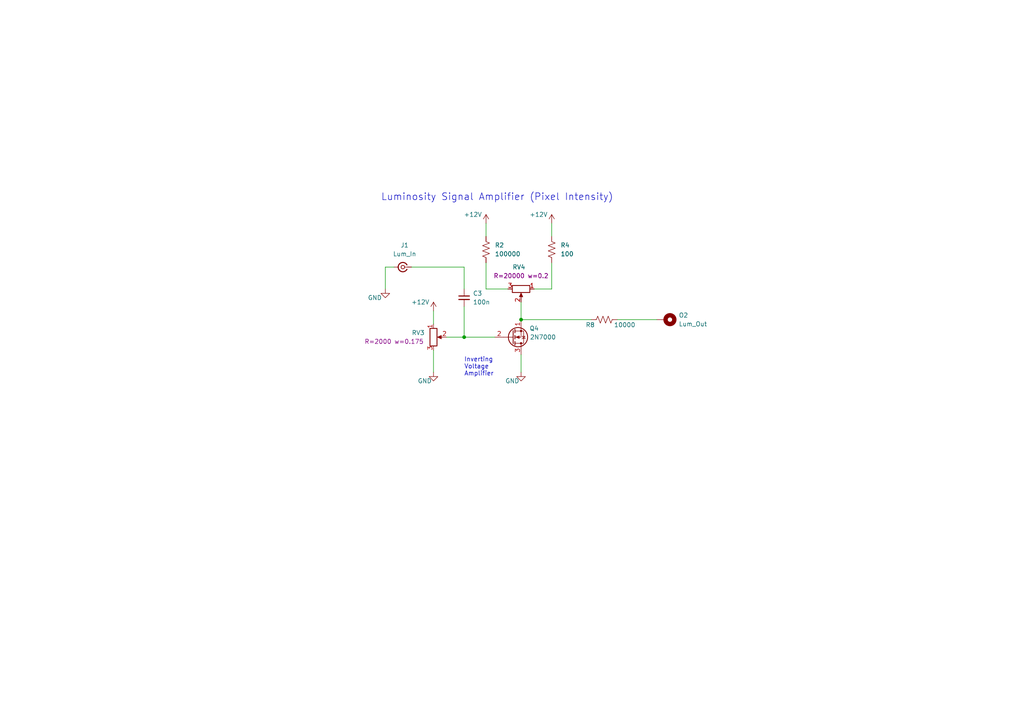
<source format=kicad_sch>
(kicad_sch (version 20231120) (generator "eeschema") (generator_version "8.0")
  (paper "A4")
  (lib_symbols
    (symbol "Connector:Conn_Coaxial_Small" (pin_numbers hide) (pin_names (offset 1.016) hide)
      (property "Reference" "J" (at 0.254 3.048 0))
      (property "Value" "Conn_Coaxial_Small" (at 0 -3.81 0))
      (symbol "Conn_Coaxial_Small_0_1"
        (polyline (pts (xy -2.54 0) (xy -0.508 0)))
        (circle (center 0 0) (radius 0.508) (stroke (width 0.2032)))
      )
      (symbol "Conn_Coaxial_Small_1_1"
        (arc (start -1.1916 -0.6311) (mid 0.327 -1.3081) (end 1.3484 0.0039) (stroke (width 0.3048)))
        (arc (start 1.3484 -0.0039) (mid 0.327 1.3081) (end -1.1916 0.6311) (stroke (width 0.3048)))
        (pin passive line (at -2.54 0 0) (length 1.27) (name "In") (number "1"))
        (pin passive line (at 2.54 0 180) (length 1.27) (name "Ext") (number "2"))
      )
    )
    (symbol "Device:C_Small" (pin_numbers hide) (pin_names (offset 0.254) hide)
      (property "Reference" "C" (at 0.254 1.778 0))
      (property "Value" "C_Small" (at 0.254 -2.032 0))
      (symbol "C_Small_0_1"
        (polyline (pts (xy -1.524 -0.508) (xy 1.524 -0.508)) (stroke (width 0.3302)))
        (polyline (pts (xy -1.524 0.508) (xy 1.524 0.508)) (stroke (width 0.3048)))
      )
      (symbol "C_Small_1_1"
        (pin passive line (at 0 2.54 270) (length 2.032) (name "~") (number "1"))
        (pin passive line (at 0 -2.54 90) (length 2.032) (name "~") (number "2"))
      )
    )
    (symbol "Device:R_Potentiometer" (pin_names (offset 1.016) hide)
      (property "Reference" "RV" (at -4.445 0 90))
      (property "Value" "R_Potentiometer" (at -2.54 0 90))
      (symbol "R_Potentiometer_0_1"
        (polyline (pts (xy 2.54 0) (xy 1.524 0)))
        (polyline (pts (xy 1.143 0) (xy 2.286 0.508) (xy 2.286 -0.508) (xy 1.143 0)) (fill (type outline)))
        (rectangle (start 1.016 2.54) (end -1.016 -2.54) (stroke (width 0.254)))
      )
      (symbol "R_Potentiometer_1_1"
        (pin passive line (at 0 3.81 270) (length 1.27) (name "1") (number "1"))
        (pin passive line (at 3.81 0 180) (length 1.27) (name "2") (number "2"))
        (pin passive line (at 0 -3.81 90) (length 1.27) (name "3") (number "3"))
      )
    )
    (symbol "Device:R_US" (pin_numbers hide) (pin_names (offset 0))
      (property "Reference" "R" (at 2.54 0 90))
      (property "Value" "R_US" (at -2.54 0 90))
      (symbol "R_US_0_1"
        (polyline (pts (xy 0 -2.286) (xy 0 -2.54)))
        (polyline (pts (xy 0 2.286) (xy 0 2.54)))
        (polyline (pts (xy 0 -0.762) (xy 1.016 -1.143) (xy 0 -1.524) (xy -1.016 -1.905) (xy 0 -2.286)))
        (polyline (pts (xy 0 0.762) (xy 1.016 0.381) (xy 0 0) (xy -1.016 -0.381) (xy 0 -0.762)))
        (polyline (pts (xy 0 2.286) (xy 1.016 1.905) (xy 0 1.524) (xy -1.016 1.143) (xy 0 0.762)))
      )
      (symbol "R_US_1_1"
        (pin passive line (at 0 3.81 270) (length 1.27) (name "~") (number "1"))
        (pin passive line (at 0 -3.81 90) (length 1.27) (name "~") (number "2"))
      )
    )
    (symbol "Mechanical:MountingHole_Pad" (pin_numbers hide) (pin_names (offset 1.016) hide)
      (property "Reference" "H" (at 0 6.35 0))
      (property "Value" "MountingHole_Pad" (at 0 4.445 0))
      (symbol "MountingHole_Pad_0_1"
        (circle (center 0 1.27) (radius 1.27) (stroke (width 1.27)))
      )
      (symbol "MountingHole_Pad_1_1"
        (pin input line (at 0 -2.54 90) (length 2.54) (name "1") (number "1"))
      )
    )
    (symbol "Transistor_FET:2N7000" (pin_names hide)
      (property "Reference" "Q" (at 5.08 1.905 0))
      (property "Value" "2N7000" (at 5.08 0 0))
      (symbol "2N7000_0_1"
        (polyline (pts (xy 0.254 0) (xy -2.54 0)))
        (polyline (pts (xy 0.254 1.905) (xy 0.254 -1.905)) (stroke (width 0.254)))
        (polyline (pts (xy 0.762 -1.27) (xy 0.762 -2.286)) (stroke (width 0.254)))
        (polyline (pts (xy 0.762 0.508) (xy 0.762 -0.508)) (stroke (width 0.254)))
        (polyline (pts (xy 0.762 2.286) (xy 0.762 1.27)) (stroke (width 0.254)))
        (polyline (pts (xy 2.54 2.54) (xy 2.54 1.778)))
        (polyline (pts (xy 2.54 -2.54) (xy 2.54 0) (xy 0.762 0)))
        (polyline (pts (xy 0.762 -1.778) (xy 3.302 -1.778) (xy 3.302 1.778) (xy 0.762 1.778)))
        (polyline (pts (xy 1.016 0) (xy 2.032 0.381) (xy 2.032 -0.381) (xy 1.016 0)) (fill (type outline)))
        (polyline (pts (xy 2.794 0.508) (xy 2.921 0.381) (xy 3.683 0.381) (xy 3.81 0.254)))
        (polyline (pts (xy 3.302 0.381) (xy 2.921 -0.254) (xy 3.683 -0.254) (xy 3.302 0.381)))
        (circle (center 1.651 0) (radius 2.794) (stroke (width 0.254)))
        (circle (center 2.54 -1.778) (radius 0.254) (fill (type outline)))
        (circle (center 2.54 1.778) (radius 0.254) (fill (type outline)))
      )
      (symbol "2N7000_1_1"
        (pin passive line (at 2.54 -5.08 90) (length 2.54) (name "S") (number "1"))
        (pin input line (at -5.08 0 0) (length 2.54) (name "G") (number "2"))
        (pin passive line (at 2.54 5.08 270) (length 2.54) (name "D") (number "3"))
      )
    )
    (symbol "power:+12V" (power) (pin_names (offset 0))
      (property "Value" "+12V" (at 0 3.556 0))
      (symbol "+12V_0_1"
        (polyline (pts (xy -0.762 1.27) (xy 0 2.54)))
        (polyline (pts (xy 0 0) (xy 0 2.54)))
        (polyline (pts (xy 0 2.54) (xy 0.762 1.27)))
      )
      (symbol "+12V_1_1"
        (pin power_in line (at 0 0 90) (length 0) hide (name "+12V") (number "1"))
      )
    )
    (symbol "power:GND" (power) (pin_names (offset 0))
      (property "Value" "GND" (at 0 -3.81 0))
      (symbol "GND_0_1"
        (polyline (pts (xy 0 0) (xy 0 -1.27) (xy 1.27 -1.27) (xy 0 -2.54) (xy -1.27 -1.27) (xy 0 -1.27)))
      )
      (symbol "GND_1_1"
        (pin power_in line (at 0 0 270) (length 0) hide (name "GND") (number "1"))
      )
    )
  )
  (junction (at 134.62 97.79))
  (junction (at 151.13 92.71))
  (wire (pts (xy 134.62 77.47) (xy 134.62 83.82)))
  (wire (pts (xy 125.73 101.6) (xy 125.73 107.95)))
  (wire (pts (xy 129.54 97.79) (xy 134.62 97.79)))
  (wire (pts (xy 140.97 68.58) (xy 140.97 64.77)))
  (wire (pts (xy 151.13 102.87) (xy 151.13 107.95)))
  (wire (pts (xy 160.02 83.82) (xy 160.02 76.2)))
  (wire (pts (xy 134.62 88.9) (xy 134.62 97.79)))
  (wire (pts (xy 160.02 64.77) (xy 160.02 68.58)))
  (wire (pts (xy 111.76 77.47) (xy 111.76 83.82)))
  (wire (pts (xy 154.94 83.82) (xy 160.02 83.82)))
  (wire (pts (xy 114.3 77.47) (xy 111.76 77.47)))
  (wire (pts (xy 125.73 90.17) (xy 125.73 93.98)))
  (wire (pts (xy 179.07 92.71) (xy 190.5 92.71)))
  (wire (pts (xy 140.97 76.2) (xy 140.97 83.82)))
  (wire (pts (xy 151.13 92.71) (xy 171.45 92.71)))
  (wire (pts (xy 134.62 97.79) (xy 143.51 97.79)))
  (wire (pts (xy 140.97 83.82) (xy 147.32 83.82)))
  (wire (pts (xy 134.62 77.47) (xy 119.38 77.47)))
  (wire (pts (xy 151.13 87.63) (xy 151.13 92.71)))
  (text "Inverting\nVoltage\nAmplifier" (at 134.62 109.22 0) (effects (font (size 1.27 1.27)) (justify left bottom)))
  (text "Luminosity Signal Amplifier (Pixel Intensity)" (at 110.49 58.42 0) (effects (font (size 2 2)) (justify left bottom)))
  (symbol (lib_id "Connector:Conn_Coaxial_Small") (at 116.84 77.47 0) (mirror y) (unit 1)
    (property "Reference" "J1" (at 117.3596 71.12 0))
    (property "Value" "Lum_In" (at 117.3596 73.66 0))
    (property "Footprint" "Connector_Coaxial:SMA_Amphenol_901-144_Vertical" (effects (hide yes)))
    (property "Datasheet" " ~" (effects (hide yes)))
    (property "Sim.Device" "V" (effects (hide yes)))
    (property "Sim.Pins" "1=+ 2=-" (effects (hide yes)))
    (property "Sim.Type" "PULSE" (effects (hide yes)))
    (property "Sim.Params" "y1=0 y2=1 td=0.01 tr=0.0001 tf=0.0001 tw=0.0001 per=0.001 np=100" (effects (hide yes)))
  )
  (symbol (lib_id "power:+12V") (at 160.02 64.77 0) (unit 1)
    (property "Reference" "#PWR023" (effects (hide yes)))
    (property "Value" "+12V" (at 156.21 62.23 0))
  )
  (symbol (lib_id "power:GND") (at 125.73 107.95 0) (unit 1)
    (property "Reference" "#PWR017" (effects (hide yes)))
    (property "Value" "GND" (at 123.19 110.49 0))
    (property "Sim.Device" "V" (effects (hide yes)))
    (property "Sim.Type" "DC" (effects (hide yes)))
    (property "Sim.Pins" "1=+" (effects (hide yes)))
    (property "Sim.Params" "dc=0" (effects (hide yes)))
  )
  (symbol (lib_id "power:+12V") (at 140.97 64.77 0) (unit 1)
    (property "Reference" "#PWR019" (effects (hide yes)))
    (property "Value" "+12V" (at 137.16 62.23 0))
  )
  (symbol (lib_id "Device:C_Small") (at 134.62 86.36 0) (unit 1)
    (property "Reference" "C3" (at 137.16 85.0963 0) (effects (justify left)))
    (property "Value" "100n" (at 137.16 87.6363 0) (effects (justify left)))
    (property "Footprint" "Capacitor_SMD:C_0603_1608Metric" (effects (hide yes)))
    (property "Sim.Device" "C" (effects (hide yes)))
    (property "Sim.Pins" "1=+ 2=-" (effects (hide yes)))
  )
  (symbol (lib_id "Device:R_Potentiometer") (at 151.13 83.82 270) (unit 1)
    (property "Reference" "RV4" (at 152.4 77.47 90) (effects (justify right)))
    (property "Value" "2000" (effects (hide yes)))
    (property "Footprint" "Potentiometer_SMD:Potentiometer_Bourns_TC33X_Vertical" (effects (hide yes)))
    (property "Sim.Library" "potentiometer.lib" (effects (hide yes)))
    (property "Sim.Name" "potentiometer" (effects (hide yes)))
    (property "Sim.Device" "SUBCKT" (effects (hide yes)))
    (property "Sim.Pins" "1=1 2=2 3=3" (effects (hide yes)))
    (property "Sim.Params" "R=20000 w=0.2" (at 151.13 80.01 90))
  )
  (symbol (lib_id "Device:R_US") (at 160.02 72.39 0) (unit 1)
    (property "Reference" "R4" (at 162.56 71.12 0) (effects (justify left)))
    (property "Value" "100" (at 162.56 73.66 0) (effects (justify left)))
    (property "Footprint" "Resistor_SMD:R_0805_2012Metric" (effects (hide yes)))
    (property "Sim.Device" "R" (effects (hide yes)))
    (property "Sim.Pins" "1=+ 2=-" (effects (hide yes)))
  )
  (symbol (lib_id "Device:R_US") (at 175.26 92.71 270) (unit 1)
    (property "Reference" "R8" (at 171.196 94.234 90))
    (property "Value" "10000" (at 178.054 94.234 90) (effects (justify left)))
    (property "Footprint" "Resistor_SMD:R_0603_1608Metric" (effects (hide yes)))
  )
  (symbol (lib_id "power:GND") (at 111.76 83.82 0) (unit 1)
    (property "Reference" "#PWR014" (effects (hide yes)))
    (property "Value" "GND" (at 108.712 86.36 0))
  )
  (symbol (lib_id "power:GND") (at 151.13 107.95 0) (unit 1)
    (property "Reference" "#PWR020" (effects (hide yes)))
    (property "Value" "GND" (at 148.59 110.49 0))
    (property "Sim.Device" "V" (effects (hide yes)))
    (property "Sim.Type" "DC" (effects (hide yes)))
    (property "Sim.Pins" "1=+" (effects (hide yes)))
    (property "Sim.Params" "dc=0" (effects (hide yes)))
  )
  (symbol (lib_id "Mechanical:MountingHole_Pad") (at 193.04 92.71 270) (unit 1) (exclude_from_sim yes)
    (property "Reference" "O2" (at 196.85 91.44 90) (effects (justify left)))
    (property "Value" "Lum_Out" (at 196.85 93.98 90) (effects (justify left)))
    (property "Footprint" "Connector_Wire:SolderWire-0.25sqmm_1x01_D0.65mm_OD2mm_Relief" (effects (hide yes)))
    (property "Sim.Device" "TLINE" (effects (hide yes)))
    (property "Sim.Pins" "1=1+" (effects (hide yes)))
  )
  (symbol (lib_id "Transistor_FET:2N7000") (at 148.59 97.79 0) (mirror x) (unit 1)
    (property "Reference" "Q4" (at 154.94 95.25 0))
    (property "Value" "2N7000" (at 157.48 97.79 0))
    (property "Footprint" "Package_TO_SOT_SMD:SOT-23" (effects (hide yes)))
    (property "Datasheet" "https://www.vishay.com/docs/70226/70226.pdf" (effects (hide yes)))
    (property "Sim.Device" "NMOS" (effects (hide yes)))
    (property "Sim.Pins" "1=D 2=G 3=S" (effects (hide yes)))
    (property "Sim.Library" "2n7000.lib" (effects (hide yes)))
    (property "Sim.Name" "MN7000" (effects (hide yes)))
    (property "Sim.Type" "MOS1" (effects (hide yes)))
  )
  (symbol (lib_id "Device:R_Potentiometer") (at 125.73 97.79 0) (unit 1)
    (property "Reference" "RV3" (at 123.19 96.52 0) (effects (justify right)))
    (property "Value" "2M" (effects (hide yes)))
    (property "Footprint" "Potentiometer_SMD:Potentiometer_Bourns_TC33X_Vertical" (effects (hide yes)))
    (property "Sim.Library" "potentiometer.lib" (effects (hide yes)))
    (property "Sim.Name" "potentiometer" (effects (hide yes)))
    (property "Sim.Device" "SUBCKT" (effects (hide yes)))
    (property "Sim.Pins" "1=1 2=2 3=3" (effects (hide yes)))
    (property "Sim.Params" "R=2000 w=0.175" (at 114.3 99.06 0))
  )
  (symbol (lib_id "power:+12V") (at 125.73 90.17 0) (unit 1)
    (property "Reference" "#PWR016" (effects (hide yes)))
    (property "Value" "+12V" (at 121.92 87.63 0))
  )
  (symbol (lib_id "Device:R_US") (at 140.97 72.39 0) (unit 1)
    (property "Reference" "R2" (at 143.51 71.12 0) (effects (justify left)))
    (property "Value" "100000" (at 143.51 73.66 0) (effects (justify left)))
    (property "Footprint" "Resistor_SMD:R_0805_2012Metric" (effects (hide yes)))
    (property "Sim.Device" "R" (effects (hide yes)))
    (property "Sim.Pins" "1=+ 2=-" (effects (hide yes)))
  )
)
</source>
